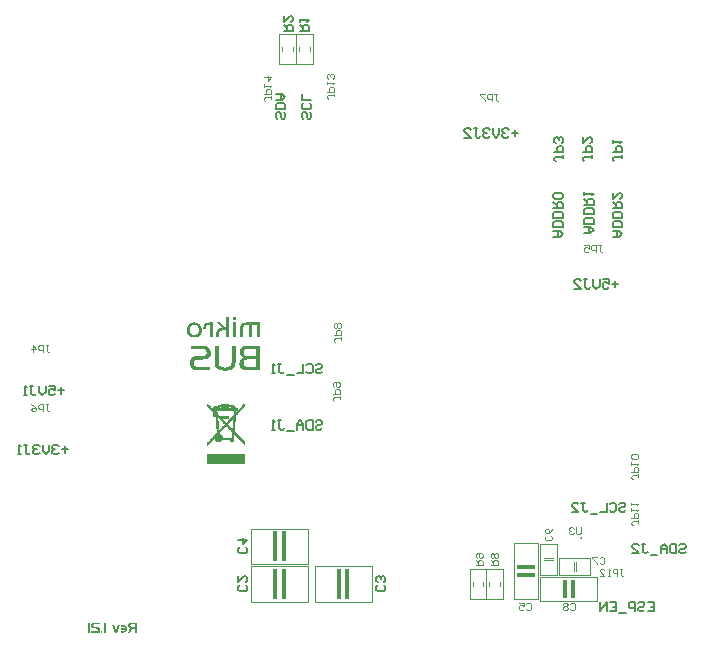
<source format=gbo>
G04 Layer_Color=32896*
%FSLAX25Y25*%
%MOIN*%
G70*
G01*
G75*
%ADD16C,0.00787*%
%ADD43C,0.00591*%
%ADD50C,0.00472*%
%ADD51C,0.00394*%
%ADD52C,0.00500*%
%ADD83C,0.00100*%
%ADD84R,0.01181X0.10236*%
%ADD85R,0.01181X0.10236*%
%ADD86R,0.06299X0.01181*%
%ADD87R,0.06299X0.01181*%
%ADD88R,0.01181X0.06299*%
%ADD89R,0.01181X0.06299*%
G36*
X79886Y101754D02*
Y101591D01*
Y101454D01*
X79873Y101316D01*
Y101204D01*
Y101104D01*
X79861Y101041D01*
Y100991D01*
Y100979D01*
X79836Y100754D01*
X79823Y100641D01*
X79811Y100554D01*
X79798Y100479D01*
X79786Y100429D01*
X79773Y100391D01*
Y100379D01*
X79723Y100191D01*
X79673Y100041D01*
X79648Y99979D01*
X79636Y99929D01*
X79623Y99904D01*
Y99891D01*
X79548Y99729D01*
X79461Y99604D01*
X79436Y99554D01*
X79411Y99516D01*
X79386Y99491D01*
Y99479D01*
X79211Y99266D01*
X79036Y99079D01*
X78848Y98916D01*
X78673Y98791D01*
X78511Y98691D01*
X78386Y98616D01*
X78336Y98591D01*
X78298Y98579D01*
X78286Y98566D01*
X78273D01*
X77998Y98479D01*
X77711Y98404D01*
X77423Y98354D01*
X77148Y98329D01*
X76911Y98304D01*
X76811D01*
X76723Y98291D01*
X76548D01*
X76186Y98304D01*
X75861Y98329D01*
X75548Y98379D01*
X75261Y98429D01*
X74998Y98491D01*
X74761Y98566D01*
X74536Y98654D01*
X74348Y98741D01*
X74173Y98816D01*
X74023Y98904D01*
X73898Y98979D01*
X73798Y99041D01*
X73711Y99091D01*
X73661Y99141D01*
X73623Y99166D01*
X73611Y99179D01*
X73461Y99341D01*
X73348Y99466D01*
X73298Y99529D01*
X73273Y99566D01*
X73248Y99591D01*
Y99604D01*
X73148Y99779D01*
X73073Y99954D01*
X73048Y100016D01*
X73023Y100079D01*
X73011Y100116D01*
Y100129D01*
X72961Y100366D01*
X72936Y100491D01*
X72923Y100604D01*
X72911Y100704D01*
X72898Y100779D01*
Y100829D01*
Y100841D01*
X72886Y101004D01*
X72873Y101179D01*
Y101341D01*
X72861Y101504D01*
Y101641D01*
Y101754D01*
Y101829D01*
Y101841D01*
Y101854D01*
Y106654D01*
X74186D01*
Y101854D01*
Y101716D01*
Y101591D01*
Y101479D01*
Y101391D01*
X74198Y101316D01*
Y101254D01*
Y101216D01*
Y101204D01*
X74211Y101016D01*
X74223Y100941D01*
Y100866D01*
X74236Y100816D01*
Y100779D01*
X74248Y100754D01*
Y100741D01*
X74273Y100604D01*
X74298Y100504D01*
X74311Y100429D01*
X74323Y100416D01*
Y100404D01*
X74361Y100304D01*
X74398Y100229D01*
X74423Y100179D01*
X74436Y100154D01*
X74536Y100004D01*
X74648Y99879D01*
X74773Y99779D01*
X74898Y99691D01*
X75011Y99616D01*
X75098Y99566D01*
X75161Y99541D01*
X75186Y99529D01*
X75386Y99466D01*
X75586Y99416D01*
X75786Y99379D01*
X75973Y99354D01*
X76136Y99341D01*
X76273Y99329D01*
X76386D01*
X76611Y99341D01*
X76811Y99354D01*
X77011Y99391D01*
X77186Y99429D01*
X77348Y99479D01*
X77486Y99529D01*
X77623Y99591D01*
X77736Y99654D01*
X77836Y99704D01*
X77923Y99766D01*
X77998Y99816D01*
X78061Y99866D01*
X78098Y99904D01*
X78136Y99941D01*
X78148Y99954D01*
X78161Y99966D01*
X78236Y100066D01*
X78298Y100179D01*
X78398Y100391D01*
X78436Y100479D01*
X78448Y100554D01*
X78473Y100604D01*
Y100616D01*
X78498Y100779D01*
X78523Y100966D01*
X78536Y101154D01*
X78548Y101341D01*
X78561Y101504D01*
Y101629D01*
Y101679D01*
Y101716D01*
Y101741D01*
Y101754D01*
Y106654D01*
X79886D01*
Y101754D01*
D02*
G37*
G36*
X88061Y98404D02*
X84136D01*
X83861Y98416D01*
X83611Y98441D01*
X83411Y98454D01*
X83248Y98479D01*
X83123Y98491D01*
X83048Y98504D01*
X83023D01*
X82823Y98541D01*
X82648Y98591D01*
X82486Y98654D01*
X82361Y98704D01*
X82248Y98754D01*
X82173Y98791D01*
X82123Y98816D01*
X82111Y98829D01*
X81948Y98941D01*
X81798Y99079D01*
X81673Y99204D01*
X81573Y99329D01*
X81498Y99441D01*
X81448Y99529D01*
X81411Y99591D01*
X81398Y99616D01*
X81311Y99804D01*
X81248Y100004D01*
X81211Y100191D01*
X81173Y100366D01*
X81161Y100516D01*
X81148Y100641D01*
Y100716D01*
Y100729D01*
Y100741D01*
X81161Y101004D01*
X81198Y101241D01*
X81248Y101441D01*
X81311Y101616D01*
X81373Y101754D01*
X81423Y101841D01*
X81461Y101904D01*
X81473Y101929D01*
X81611Y102091D01*
X81773Y102229D01*
X81961Y102354D01*
X82136Y102454D01*
X82298Y102529D01*
X82423Y102591D01*
X82473Y102616D01*
X82511Y102629D01*
X82536Y102641D01*
X82548D01*
X82323Y102754D01*
X82123Y102891D01*
X81961Y103041D01*
X81811Y103191D01*
X81686Y103341D01*
X81586Y103504D01*
X81498Y103654D01*
X81436Y103816D01*
X81386Y103954D01*
X81336Y104091D01*
X81311Y104216D01*
X81298Y104329D01*
X81286Y104416D01*
X81273Y104479D01*
Y104529D01*
Y104541D01*
Y104704D01*
X81298Y104841D01*
X81311Y104979D01*
X81336Y105104D01*
X81361Y105204D01*
X81386Y105279D01*
X81398Y105329D01*
X81411Y105341D01*
X81473Y105479D01*
X81536Y105604D01*
X81598Y105716D01*
X81661Y105816D01*
X81723Y105891D01*
X81773Y105954D01*
X81798Y105991D01*
X81811Y106004D01*
X81948Y106129D01*
X82061Y106229D01*
X82111Y106266D01*
X82148Y106291D01*
X82173Y106316D01*
X82186D01*
X82336Y106404D01*
X82486Y106466D01*
X82548Y106491D01*
X82598Y106504D01*
X82636Y106516D01*
X82648D01*
X82861Y106566D01*
X83061Y106591D01*
X83148Y106604D01*
X83211Y106616D01*
X83273D01*
X83561Y106641D01*
X83698D01*
X83823Y106654D01*
X88061D01*
Y98404D01*
D02*
G37*
G36*
X72320Y109452D02*
X71342D01*
Y113534D01*
X70966D01*
X70782Y113524D01*
X70640Y113504D01*
X70518Y113473D01*
X70416Y113443D01*
X70345Y113402D01*
X70304Y113371D01*
X70273Y113351D01*
X70263Y113341D01*
X70202Y113259D01*
X70151Y113147D01*
X70121Y113035D01*
X70090Y112913D01*
X70080Y112801D01*
X70070Y112709D01*
Y112638D01*
Y112628D01*
Y112618D01*
Y112139D01*
X69154D01*
Y112618D01*
Y112821D01*
X69164Y112995D01*
X69184Y113147D01*
X69194Y113269D01*
X69215Y113361D01*
X69235Y113432D01*
X69245Y113473D01*
Y113483D01*
X69286Y113585D01*
X69327Y113687D01*
X69377Y113768D01*
X69428Y113839D01*
X69479Y113901D01*
X69510Y113941D01*
X69540Y113972D01*
X69551Y113982D01*
X69642Y114053D01*
X69734Y114114D01*
X69836Y114165D01*
X69927Y114206D01*
X69999Y114236D01*
X70060Y114257D01*
X70110Y114277D01*
X70121D01*
X70253Y114308D01*
X70406Y114328D01*
X70558Y114338D01*
X70711Y114348D01*
X70843Y114359D01*
X72320D01*
Y109452D01*
D02*
G37*
G36*
X80128D02*
X79150D01*
Y114359D01*
X80128D01*
Y109452D01*
D02*
G37*
G36*
X77756D02*
X76778D01*
Y111712D01*
X75557D01*
X75506Y111702D01*
X75435D01*
X75313Y111691D01*
X75221Y111681D01*
X75160Y111671D01*
X75139D01*
X75048Y111651D01*
X74976Y111630D01*
X74936Y111620D01*
X74915Y111610D01*
X74854Y111580D01*
X74793Y111549D01*
X74753Y111529D01*
X74742Y111519D01*
X74641Y111427D01*
X74569Y111315D01*
X74549Y111274D01*
X74529Y111233D01*
X74518Y111213D01*
Y111203D01*
X74498Y111121D01*
X74478Y111020D01*
X74467Y110816D01*
X74457Y110714D01*
Y110643D01*
Y110592D01*
Y110572D01*
Y109452D01*
X73480D01*
Y110775D01*
Y110948D01*
X73490Y111111D01*
X73500Y111244D01*
X73521Y111345D01*
X73531Y111437D01*
X73551Y111498D01*
X73562Y111539D01*
Y111549D01*
X73592Y111651D01*
X73633Y111742D01*
X73673Y111814D01*
X73724Y111885D01*
X73765Y111946D01*
X73796Y111987D01*
X73816Y112007D01*
X73826Y112017D01*
X73908Y112089D01*
X73989Y112160D01*
X74081Y112211D01*
X74162Y112251D01*
X74233Y112282D01*
X74295Y112302D01*
X74335Y112323D01*
X74345D01*
X74467Y112353D01*
X74600Y112384D01*
X74732Y112404D01*
X74854Y112414D01*
X74966Y112425D01*
X75618D01*
X73215Y114359D01*
X74457D01*
X76778Y112425D01*
Y116171D01*
X77756D01*
Y109452D01*
D02*
G37*
G36*
X88058D02*
X87081D01*
Y113575D01*
X85268D01*
Y109452D01*
X84291D01*
Y113575D01*
X83538D01*
X83324Y113565D01*
X83141Y113534D01*
X82988Y113493D01*
X82866Y113453D01*
X82785Y113412D01*
X82723Y113371D01*
X82683Y113341D01*
X82673Y113330D01*
X82591Y113229D01*
X82530Y113096D01*
X82489Y112954D01*
X82459Y112811D01*
X82438Y112689D01*
X82428Y112577D01*
Y112537D01*
Y112506D01*
Y112486D01*
Y112475D01*
Y109452D01*
X81451D01*
Y112475D01*
Y112587D01*
Y112699D01*
X81461Y112791D01*
Y112872D01*
X81471Y112934D01*
Y112984D01*
X81482Y113015D01*
Y113025D01*
X81502Y113198D01*
X81512Y113269D01*
X81533Y113330D01*
X81543Y113371D01*
X81553Y113412D01*
X81563Y113432D01*
Y113443D01*
X81604Y113565D01*
X81655Y113656D01*
X81675Y113697D01*
X81685Y113727D01*
X81705Y113738D01*
Y113748D01*
X81777Y113850D01*
X81848Y113931D01*
X81909Y113982D01*
X81919Y114002D01*
X81929D01*
X82031Y114084D01*
X82123Y114145D01*
X82184Y114175D01*
X82194Y114186D01*
X82204D01*
X82306Y114236D01*
X82408Y114267D01*
X82449Y114277D01*
X82489Y114287D01*
X82510Y114298D01*
X82520D01*
X82673Y114328D01*
X82825Y114338D01*
X82886Y114348D01*
X83100D01*
X83212Y114359D01*
X88058D01*
Y109452D01*
D02*
G37*
G36*
X68923Y106641D02*
X69136Y106629D01*
X69311Y106616D01*
X69448Y106591D01*
X69548Y106579D01*
X69611Y106566D01*
X69636D01*
X69798Y106529D01*
X69961Y106491D01*
X70098Y106454D01*
X70211Y106404D01*
X70311Y106366D01*
X70386Y106329D01*
X70436Y106316D01*
X70448Y106304D01*
X70648Y106179D01*
X70811Y106029D01*
X70961Y105879D01*
X71086Y105741D01*
X71186Y105616D01*
X71261Y105504D01*
X71311Y105441D01*
X71323Y105429D01*
Y105416D01*
X71423Y105204D01*
X71498Y104991D01*
X71561Y104779D01*
X71598Y104591D01*
X71623Y104416D01*
X71636Y104279D01*
Y104229D01*
Y104204D01*
Y104179D01*
Y104166D01*
X71623Y103954D01*
X71598Y103766D01*
X71573Y103591D01*
X71523Y103441D01*
X71486Y103316D01*
X71461Y103216D01*
X71436Y103166D01*
X71423Y103141D01*
X71336Y102991D01*
X71236Y102841D01*
X71123Y102729D01*
X71023Y102616D01*
X70936Y102541D01*
X70861Y102479D01*
X70811Y102441D01*
X70798Y102429D01*
X70673Y102354D01*
X70536Y102279D01*
X70398Y102229D01*
X70273Y102179D01*
X70161Y102154D01*
X70061Y102129D01*
X70011Y102104D01*
X69986D01*
X69786Y102079D01*
X69573Y102054D01*
X69361Y102041D01*
X69148Y102029D01*
X68973Y102016D01*
X67673D01*
X67548Y102004D01*
X67348D01*
X67286Y101991D01*
X67236D01*
X67048Y101979D01*
X66973Y101966D01*
X66911Y101954D01*
X66861Y101941D01*
X66811D01*
X66798Y101929D01*
X66786D01*
X66661Y101879D01*
X66548Y101816D01*
X66448Y101741D01*
X66373Y101679D01*
X66311Y101604D01*
X66273Y101554D01*
X66248Y101516D01*
X66236Y101504D01*
X66173Y101379D01*
X66123Y101254D01*
X66086Y101116D01*
X66061Y101004D01*
X66048Y100891D01*
X66036Y100804D01*
Y100754D01*
Y100729D01*
X66048Y100491D01*
X66098Y100279D01*
X66161Y100104D01*
X66236Y99979D01*
X66311Y99866D01*
X66373Y99804D01*
X66423Y99754D01*
X66436Y99741D01*
X66511Y99691D01*
X66611Y99641D01*
X66811Y99579D01*
X67036Y99529D01*
X67248Y99491D01*
X67461Y99466D01*
X67548D01*
X67623Y99454D01*
X71336D01*
Y98404D01*
X67186D01*
X66973Y98416D01*
X66873D01*
X66798Y98429D01*
X66723D01*
X66673Y98441D01*
X66636D01*
X66461Y98466D01*
X66323Y98504D01*
X66273Y98516D01*
X66236D01*
X66211Y98529D01*
X66198D01*
X66061Y98579D01*
X65948Y98629D01*
X65873Y98666D01*
X65861Y98679D01*
X65848D01*
X65636Y98791D01*
X65461Y98929D01*
X65311Y99066D01*
X65186Y99191D01*
X65086Y99316D01*
X65011Y99404D01*
X64973Y99466D01*
X64961Y99491D01*
X64861Y99704D01*
X64786Y99916D01*
X64723Y100129D01*
X64686Y100329D01*
X64661Y100504D01*
X64648Y100641D01*
Y100691D01*
Y100729D01*
Y100754D01*
Y100766D01*
X64661Y100991D01*
X64686Y101204D01*
X64711Y101391D01*
X64748Y101554D01*
X64798Y101691D01*
X64823Y101791D01*
X64848Y101854D01*
X64861Y101879D01*
X64948Y102066D01*
X65036Y102229D01*
X65136Y102366D01*
X65223Y102491D01*
X65311Y102591D01*
X65386Y102654D01*
X65436Y102704D01*
X65448Y102716D01*
X65586Y102804D01*
X65698Y102879D01*
X65748Y102904D01*
X65786Y102929D01*
X65811Y102941D01*
X65823D01*
X65986Y103004D01*
X66148Y103054D01*
X66223Y103066D01*
X66273Y103079D01*
X66311Y103091D01*
X66323D01*
X66548Y103129D01*
X66661Y103141D01*
X66773Y103154D01*
X66861Y103166D01*
X66936Y103179D01*
X66998D01*
X67148Y103191D01*
X67311D01*
X67461Y103204D01*
X68598D01*
X68761Y103216D01*
X68923Y103229D01*
X69061Y103241D01*
X69186Y103266D01*
X69298Y103279D01*
X69498Y103329D01*
X69636Y103379D01*
X69748Y103416D01*
X69798Y103441D01*
X69823Y103454D01*
X69961Y103566D01*
X70061Y103704D01*
X70136Y103854D01*
X70186Y104004D01*
X70211Y104141D01*
X70223Y104254D01*
X70236Y104329D01*
Y104341D01*
Y104354D01*
X70211Y104579D01*
X70198Y104679D01*
X70173Y104766D01*
X70148Y104841D01*
X70136Y104891D01*
X70111Y104929D01*
Y104941D01*
X69998Y105129D01*
X69936Y105191D01*
X69886Y105254D01*
X69836Y105304D01*
X69798Y105341D01*
X69773Y105354D01*
X69761Y105366D01*
X69598Y105441D01*
X69436Y105504D01*
X69373Y105516D01*
X69323Y105529D01*
X69286Y105541D01*
X69273D01*
X69148Y105566D01*
X69011Y105579D01*
X68873Y105591D01*
X68736D01*
X68611Y105604D01*
X65036D01*
Y106654D01*
X68686D01*
X68923Y106641D01*
D02*
G37*
G36*
X80128Y115153D02*
X79150D01*
Y116171D01*
X80128D01*
Y115153D01*
D02*
G37*
G36*
X46931Y10999D02*
X46239D01*
Y12297D01*
X45430D01*
X44702Y10999D01*
X43918D01*
X44743Y12373D01*
X44631Y12409D01*
X44529Y12450D01*
X44447Y12501D01*
X44376Y12557D01*
X44320Y12602D01*
X44279Y12643D01*
X44259Y12674D01*
X44249Y12684D01*
X44193Y12781D01*
X44147Y12882D01*
X44116Y12984D01*
X44096Y13081D01*
X44086Y13167D01*
X44081Y13203D01*
X44076Y13239D01*
Y13264D01*
Y13284D01*
Y13295D01*
Y13300D01*
X44081Y13391D01*
X44086Y13478D01*
X44101Y13559D01*
X44122Y13631D01*
X44142Y13697D01*
X44162Y13758D01*
X44188Y13814D01*
X44213Y13865D01*
X44244Y13911D01*
X44269Y13946D01*
X44289Y13977D01*
X44310Y14002D01*
X44330Y14022D01*
X44345Y14038D01*
X44350Y14043D01*
X44356Y14048D01*
X44412Y14089D01*
X44473Y14129D01*
X44610Y14190D01*
X44758Y14231D01*
X44900Y14262D01*
X44966Y14272D01*
X45028Y14282D01*
X45083Y14287D01*
X45134D01*
X45175Y14292D01*
X46931D01*
Y10999D01*
D02*
G37*
G36*
X42589Y13412D02*
X42691Y13401D01*
X42788Y13386D01*
X42874Y13371D01*
X42956Y13346D01*
X43032Y13320D01*
X43098Y13290D01*
X43159Y13264D01*
X43210Y13234D01*
X43256Y13203D01*
X43297Y13178D01*
X43332Y13157D01*
X43358Y13137D01*
X43373Y13122D01*
X43383Y13111D01*
X43389Y13106D01*
X43444Y13045D01*
X43490Y12979D01*
X43531Y12908D01*
X43567Y12836D01*
X43592Y12760D01*
X43618Y12689D01*
X43653Y12541D01*
X43668Y12475D01*
X43679Y12409D01*
X43684Y12353D01*
X43689Y12302D01*
X43694Y12261D01*
Y12231D01*
Y12211D01*
Y12205D01*
X43689Y12099D01*
X43679Y11997D01*
X43663Y11900D01*
X43648Y11813D01*
X43623Y11732D01*
X43597Y11661D01*
X43572Y11590D01*
X43541Y11534D01*
X43511Y11478D01*
X43485Y11432D01*
X43460Y11396D01*
X43434Y11361D01*
X43419Y11335D01*
X43404Y11320D01*
X43394Y11310D01*
X43389Y11304D01*
X43327Y11248D01*
X43261Y11203D01*
X43190Y11162D01*
X43114Y11126D01*
X43042Y11101D01*
X42966Y11075D01*
X42818Y11040D01*
X42752Y11024D01*
X42686Y11014D01*
X42630Y11009D01*
X42579Y11004D01*
X42538Y10999D01*
X41546D01*
Y11503D01*
X42462D01*
X42518Y11508D01*
X42574Y11513D01*
X42620Y11518D01*
X42707Y11534D01*
X42768Y11549D01*
X42813Y11564D01*
X42844Y11579D01*
X42864Y11590D01*
X42869Y11595D01*
X42905Y11640D01*
X42935Y11691D01*
X42956Y11752D01*
X42971Y11813D01*
X42976Y11869D01*
X42981Y11915D01*
X42986Y11946D01*
Y11951D01*
Y11956D01*
X41546D01*
Y12460D01*
X42986D01*
X42981Y12546D01*
X42966Y12623D01*
X42946Y12684D01*
X42925Y12730D01*
X42900Y12765D01*
X42885Y12791D01*
X42869Y12806D01*
X42864Y12811D01*
X42839Y12832D01*
X42808Y12847D01*
X42737Y12872D01*
X42661Y12888D01*
X42579Y12903D01*
X42508Y12908D01*
X42447Y12913D01*
X41546D01*
Y13417D01*
X42483D01*
X42589Y13412D01*
D02*
G37*
G36*
X66293Y114399D02*
X66507Y114379D01*
X66700Y114348D01*
X66873Y114318D01*
X67006Y114287D01*
X67107Y114257D01*
X67138Y114247D01*
X67168Y114236D01*
X67179Y114226D01*
X67189D01*
X67352Y114155D01*
X67504Y114074D01*
X67647Y113982D01*
X67759Y113890D01*
X67851Y113809D01*
X67912Y113748D01*
X67962Y113707D01*
X67973Y113687D01*
X68085Y113555D01*
X68176Y113422D01*
X68258Y113290D01*
X68329Y113157D01*
X68380Y113046D01*
X68421Y112954D01*
X68441Y112893D01*
X68451Y112883D01*
Y112872D01*
X68502Y112689D01*
X68543Y112506D01*
X68573Y112323D01*
X68594Y112160D01*
X68604Y112017D01*
X68614Y111916D01*
Y111875D01*
Y111844D01*
Y111824D01*
Y111814D01*
X68604Y111600D01*
X68584Y111396D01*
X68553Y111213D01*
X68512Y111040D01*
X68461Y110877D01*
X68410Y110735D01*
X68349Y110602D01*
X68288Y110480D01*
X68237Y110368D01*
X68176Y110276D01*
X68125Y110205D01*
X68075Y110134D01*
X68034Y110083D01*
X68003Y110053D01*
X67983Y110032D01*
X67973Y110022D01*
X67840Y109910D01*
X67708Y109818D01*
X67555Y109737D01*
X67403Y109666D01*
X67250Y109615D01*
X67097Y109564D01*
X66792Y109493D01*
X66649Y109462D01*
X66517Y109442D01*
X66405Y109432D01*
X66303Y109421D01*
X66212Y109411D01*
X66100D01*
X65886Y109421D01*
X65682Y109442D01*
X65489Y109472D01*
X65316Y109513D01*
X65153Y109564D01*
X65000Y109615D01*
X64868Y109676D01*
X64736Y109737D01*
X64634Y109788D01*
X64532Y109849D01*
X64450Y109900D01*
X64389Y109951D01*
X64338Y109992D01*
X64298Y110022D01*
X64277Y110042D01*
X64267Y110053D01*
X64155Y110175D01*
X64053Y110317D01*
X63962Y110460D01*
X63880Y110612D01*
X63819Y110755D01*
X63768Y110908D01*
X63687Y111203D01*
X63656Y111345D01*
X63636Y111468D01*
X63626Y111580D01*
X63616Y111681D01*
X63605Y111763D01*
Y111824D01*
Y111865D01*
Y111875D01*
X63616Y112099D01*
X63636Y112302D01*
X63667Y112506D01*
X63707Y112679D01*
X63748Y112852D01*
X63809Y113005D01*
X63860Y113147D01*
X63921Y113269D01*
X63982Y113381D01*
X64033Y113473D01*
X64094Y113565D01*
X64135Y113626D01*
X64176Y113677D01*
X64206Y113717D01*
X64227Y113738D01*
X64237Y113748D01*
X64359Y113860D01*
X64491Y113962D01*
X64634Y114053D01*
X64786Y114135D01*
X64939Y114196D01*
X65092Y114247D01*
X65377Y114328D01*
X65519Y114359D01*
X65641Y114379D01*
X65754Y114389D01*
X65855Y114399D01*
X65937Y114410D01*
X66049D01*
X66293Y114399D01*
D02*
G37*
G36*
X40385Y10999D02*
X39698D01*
X38624Y13417D01*
X39316D01*
X40024Y11696D01*
X40696Y13417D01*
X41409D01*
X40385Y10999D01*
D02*
G37*
G36*
X34593Y13727D02*
X33015D01*
X32908Y13722D01*
X32817Y13712D01*
X32745Y13697D01*
X32684Y13681D01*
X32638Y13666D01*
X32613Y13651D01*
X32593Y13641D01*
X32588Y13636D01*
X32547Y13600D01*
X32521Y13549D01*
X32501Y13503D01*
X32486Y13452D01*
X32476Y13407D01*
X32471Y13366D01*
Y13340D01*
Y13335D01*
Y13330D01*
X32476Y13259D01*
X32491Y13198D01*
X32511Y13147D01*
X32531Y13111D01*
X32552Y13081D01*
X32572Y13055D01*
X32588Y13045D01*
X32593Y13040D01*
X32643Y13010D01*
X32710Y12989D01*
X32781Y12974D01*
X32847Y12964D01*
X32913Y12959D01*
X32964Y12954D01*
X33575D01*
X33677Y12943D01*
X33768Y12933D01*
X33855Y12918D01*
X33936Y12903D01*
X34008Y12882D01*
X34069Y12862D01*
X34125Y12842D01*
X34176Y12821D01*
X34221Y12801D01*
X34252Y12781D01*
X34282Y12765D01*
X34303Y12750D01*
X34323Y12740D01*
X34328Y12735D01*
X34333Y12730D01*
X34379Y12684D01*
X34420Y12633D01*
X34456Y12577D01*
X34481Y12521D01*
X34532Y12399D01*
X34563Y12277D01*
X34578Y12165D01*
X34583Y12114D01*
X34588Y12073D01*
X34593Y12037D01*
Y12012D01*
Y11992D01*
Y11987D01*
Y10999D01*
X31717D01*
Y11564D01*
X33850D01*
Y11890D01*
X33845Y11981D01*
X33830Y12058D01*
X33809Y12119D01*
X33789Y12170D01*
X33768Y12211D01*
X33748Y12236D01*
X33733Y12251D01*
X33728Y12256D01*
X33677Y12292D01*
X33611Y12323D01*
X33544Y12343D01*
X33473Y12353D01*
X33412Y12363D01*
X33361Y12368D01*
X32689D01*
X32603Y12373D01*
X32516Y12378D01*
X32440Y12389D01*
X32369Y12404D01*
X32302Y12424D01*
X32241Y12445D01*
X32190Y12465D01*
X32140Y12490D01*
X32094Y12511D01*
X32058Y12531D01*
X32023Y12551D01*
X31997Y12572D01*
X31977Y12587D01*
X31962Y12597D01*
X31956Y12607D01*
X31951D01*
X31905Y12658D01*
X31865Y12709D01*
X31834Y12765D01*
X31804Y12821D01*
X31758Y12943D01*
X31727Y13060D01*
X31712Y13162D01*
X31702Y13208D01*
Y13249D01*
X31697Y13279D01*
Y13305D01*
Y13320D01*
Y13325D01*
X31702Y13437D01*
X31712Y13539D01*
X31732Y13625D01*
X31748Y13702D01*
X31768Y13763D01*
X31788Y13809D01*
X31799Y13834D01*
X31804Y13844D01*
X31844Y13921D01*
X31895Y13987D01*
X31946Y14043D01*
X31997Y14094D01*
X32043Y14129D01*
X32078Y14160D01*
X32104Y14175D01*
X32114Y14180D01*
X32190Y14221D01*
X32267Y14246D01*
X32297Y14257D01*
X32323Y14262D01*
X32338Y14267D01*
X32343D01*
X32394Y14277D01*
X32455Y14282D01*
X32516Y14287D01*
X32577D01*
X32628Y14292D01*
X34593D01*
Y13727D01*
D02*
G37*
G36*
X31351Y10999D02*
X30628D01*
Y14292D01*
X31351D01*
Y10999D01*
D02*
G37*
G36*
X36599D02*
X35876D01*
Y14292D01*
X36599D01*
Y10999D01*
D02*
G37*
G36*
X35453D02*
X34903D01*
Y11574D01*
X35453D01*
Y10999D01*
D02*
G37*
%LPC*%
G36*
X86736Y105604D02*
X83936D01*
X83786Y105591D01*
X83661Y105579D01*
X83561D01*
X83486Y105566D01*
X83436Y105554D01*
X83398Y105541D01*
X83386D01*
X83223Y105479D01*
X83086Y105404D01*
X83036Y105366D01*
X82998Y105329D01*
X82986Y105316D01*
X82973Y105304D01*
X82861Y105179D01*
X82786Y105041D01*
X82761Y104991D01*
X82736Y104941D01*
X82723Y104916D01*
Y104904D01*
X82673Y104729D01*
X82648Y104554D01*
X82636Y104491D01*
Y104441D01*
Y104404D01*
Y104391D01*
X82648Y104166D01*
X82698Y103966D01*
X82773Y103791D01*
X82848Y103654D01*
X82923Y103541D01*
X82998Y103466D01*
X83048Y103416D01*
X83061Y103404D01*
X83198Y103316D01*
X83336Y103266D01*
X83398Y103241D01*
X83448Y103229D01*
X83473Y103216D01*
X83486D01*
X83586Y103204D01*
X83686Y103191D01*
X83886Y103179D01*
X83973Y103166D01*
X86736D01*
Y105604D01*
D02*
G37*
G36*
Y102116D02*
X84111D01*
X83823Y102104D01*
X83573Y102066D01*
X83361Y102016D01*
X83198Y101966D01*
X83073Y101916D01*
X82986Y101866D01*
X82923Y101829D01*
X82911Y101816D01*
X82786Y101691D01*
X82698Y101541D01*
X82636Y101366D01*
X82598Y101216D01*
X82561Y101066D01*
X82548Y100941D01*
Y100891D01*
Y100854D01*
Y100841D01*
Y100829D01*
X82561Y100591D01*
X82623Y100379D01*
X82698Y100191D01*
X82811Y100029D01*
X82936Y99904D01*
X83073Y99791D01*
X83223Y99704D01*
X83386Y99629D01*
X83536Y99566D01*
X83698Y99529D01*
X83836Y99491D01*
X83961Y99479D01*
X84073Y99466D01*
X84148Y99454D01*
X86736D01*
Y102116D01*
D02*
G37*
G36*
X46239Y13707D02*
X45333D01*
X45272Y13702D01*
X45170Y13692D01*
X45089Y13676D01*
X45022Y13661D01*
X44971Y13641D01*
X44936Y13625D01*
X44916Y13615D01*
X44910Y13610D01*
X44865Y13569D01*
X44834Y13524D01*
X44809Y13468D01*
X44793Y13417D01*
X44783Y13366D01*
X44778Y13325D01*
Y13300D01*
Y13295D01*
Y13290D01*
X44783Y13213D01*
X44798Y13147D01*
X44824Y13091D01*
X44844Y13045D01*
X44870Y13010D01*
X44895Y12989D01*
X44910Y12974D01*
X44916Y12969D01*
X44971Y12938D01*
X45048Y12918D01*
X45124Y12898D01*
X45206Y12888D01*
X45277Y12882D01*
X45338Y12877D01*
X46239D01*
Y13707D01*
D02*
G37*
G36*
X66181Y113595D02*
X65977D01*
X65855Y113575D01*
X65631Y113524D01*
X65438Y113453D01*
X65285Y113371D01*
X65163Y113290D01*
X65071Y113218D01*
X65021Y113168D01*
X65000Y113157D01*
Y113147D01*
X64868Y112964D01*
X64776Y112760D01*
X64705Y112547D01*
X64664Y112333D01*
X64634Y112150D01*
X64623Y112068D01*
Y111997D01*
X64613Y111936D01*
Y111895D01*
Y111865D01*
Y111854D01*
X64634Y111569D01*
X64674Y111315D01*
X64756Y111091D01*
X64847Y110898D01*
X64970Y110745D01*
X65092Y110612D01*
X65234Y110501D01*
X65367Y110409D01*
X65509Y110348D01*
X65652Y110297D01*
X65774Y110256D01*
X65896Y110236D01*
X65988Y110215D01*
X66069Y110205D01*
X66130D01*
X66385Y110226D01*
X66619Y110276D01*
X66812Y110358D01*
X66985Y110470D01*
X67128Y110592D01*
X67250Y110735D01*
X67342Y110887D01*
X67423Y111040D01*
X67484Y111193D01*
X67525Y111345D01*
X67566Y111488D01*
X67586Y111610D01*
X67596Y111722D01*
X67606Y111803D01*
Y111854D01*
Y111875D01*
X67586Y112170D01*
X67545Y112425D01*
X67484Y112648D01*
X67413Y112821D01*
X67352Y112964D01*
X67291Y113066D01*
X67250Y113127D01*
X67230Y113147D01*
X67148Y113229D01*
X67067Y113300D01*
X66894Y113402D01*
X66700Y113483D01*
X66527Y113544D01*
X66364Y113575D01*
X66293Y113585D01*
X66232D01*
X66181Y113595D01*
D02*
G37*
%LPD*%
D16*
X195079Y42520D02*
G03*
X195079Y42520I-197J0D01*
G01*
D43*
X106562Y81167D02*
X107087Y81692D01*
X108137D01*
X108661Y81167D01*
Y80642D01*
X108137Y80118D01*
X107087D01*
X106562Y79593D01*
Y79068D01*
X107087Y78543D01*
X108137D01*
X108661Y79068D01*
X105513Y81692D02*
Y78543D01*
X103938D01*
X103414Y79068D01*
Y81167D01*
X103938Y81692D01*
X105513D01*
X102364Y78543D02*
Y80642D01*
X101315Y81692D01*
X100265Y80642D01*
Y78543D01*
Y80118D01*
X102364D01*
X99216Y78018D02*
X97117D01*
X93968Y81692D02*
X95017D01*
X94493D01*
Y79068D01*
X95017Y78543D01*
X95542D01*
X96067Y79068D01*
X92918Y78543D02*
X91869D01*
X92394D01*
Y81692D01*
X92918Y81167D01*
X106562Y100065D02*
X107087Y100590D01*
X108137D01*
X108661Y100065D01*
Y99540D01*
X108137Y99015D01*
X107087D01*
X106562Y98491D01*
Y97966D01*
X107087Y97441D01*
X108137D01*
X108661Y97966D01*
X103414Y100065D02*
X103938Y100590D01*
X104988D01*
X105513Y100065D01*
Y97966D01*
X104988Y97441D01*
X103938D01*
X103414Y97966D01*
X102364Y100590D02*
Y97441D01*
X100265D01*
X99216Y96916D02*
X97117D01*
X93968Y100590D02*
X95017D01*
X94493D01*
Y97966D01*
X95017Y97441D01*
X95542D01*
X96067Y97966D01*
X92918Y97441D02*
X91869D01*
X92394D01*
Y100590D01*
X92918Y100065D01*
X207744Y53805D02*
X208268Y54330D01*
X209318D01*
X209842Y53805D01*
Y53280D01*
X209318Y52755D01*
X208268D01*
X207744Y52231D01*
Y51706D01*
X208268Y51181D01*
X209318D01*
X209842Y51706D01*
X204595Y53805D02*
X205120Y54330D01*
X206169D01*
X206694Y53805D01*
Y51706D01*
X206169Y51181D01*
X205120D01*
X204595Y51706D01*
X203545Y54330D02*
Y51181D01*
X201446D01*
X200397Y50656D02*
X198298D01*
X195149Y54330D02*
X196199D01*
X195674D01*
Y51706D01*
X196199Y51181D01*
X196723D01*
X197248Y51706D01*
X192000Y51181D02*
X194100D01*
X192000Y53280D01*
Y53805D01*
X192525Y54330D01*
X193575D01*
X194100Y53805D01*
X227822Y40025D02*
X228347Y40550D01*
X229397D01*
X229921Y40025D01*
Y39501D01*
X229397Y38976D01*
X228347D01*
X227822Y38451D01*
Y37926D01*
X228347Y37402D01*
X229397D01*
X229921Y37926D01*
X226773Y40550D02*
Y37402D01*
X225198D01*
X224674Y37926D01*
Y40025D01*
X225198Y40550D01*
X226773D01*
X223624Y37402D02*
Y39501D01*
X222574Y40550D01*
X221525Y39501D01*
Y37402D01*
Y38976D01*
X223624D01*
X220476Y36877D02*
X218376D01*
X215228Y40550D02*
X216277D01*
X215753D01*
Y37926D01*
X216277Y37402D01*
X216802D01*
X217327Y37926D01*
X212079Y37402D02*
X214178D01*
X212079Y39501D01*
Y40025D01*
X212604Y40550D01*
X213653D01*
X214178Y40025D01*
X207480Y127165D02*
X205381D01*
X206431Y128214D02*
Y126115D01*
X202233Y128739D02*
X204332D01*
Y127165D01*
X203282Y127690D01*
X202757D01*
X202233Y127165D01*
Y126115D01*
X202757Y125591D01*
X203807D01*
X204332Y126115D01*
X201183Y128739D02*
Y126640D01*
X200134Y125591D01*
X199084Y126640D01*
Y128739D01*
X195935D02*
X196985D01*
X196460D01*
Y126115D01*
X196985Y125591D01*
X197510D01*
X198035Y126115D01*
X192787Y125591D02*
X194886D01*
X192787Y127690D01*
Y128214D01*
X193312Y128739D01*
X194361D01*
X194886Y128214D01*
X174016Y177559D02*
X171917D01*
X172966Y178608D02*
Y176509D01*
X170867Y178608D02*
X170342Y179133D01*
X169293D01*
X168768Y178608D01*
Y178083D01*
X169293Y177559D01*
X169818D01*
X169293D01*
X168768Y177034D01*
Y176509D01*
X169293Y175984D01*
X170342D01*
X170867Y176509D01*
X167719Y179133D02*
Y177034D01*
X166669Y175984D01*
X165620Y177034D01*
Y179133D01*
X164570Y178608D02*
X164045Y179133D01*
X162996D01*
X162471Y178608D01*
Y178083D01*
X162996Y177559D01*
X163521D01*
X162996D01*
X162471Y177034D01*
Y176509D01*
X162996Y175984D01*
X164045D01*
X164570Y176509D01*
X159322Y179133D02*
X160372D01*
X159847D01*
Y176509D01*
X160372Y175984D01*
X160897D01*
X161421Y176509D01*
X156174Y175984D02*
X158273D01*
X156174Y178083D01*
Y178608D01*
X156699Y179133D01*
X157748D01*
X158273Y178608D01*
X24016Y72047D02*
X21917D01*
X22966Y73096D02*
Y70997D01*
X20867Y73096D02*
X20342Y73621D01*
X19293D01*
X18768Y73096D01*
Y72571D01*
X19293Y72047D01*
X19818D01*
X19293D01*
X18768Y71522D01*
Y70997D01*
X19293Y70472D01*
X20342D01*
X20867Y70997D01*
X17719Y73621D02*
Y71522D01*
X16669Y70472D01*
X15619Y71522D01*
Y73621D01*
X14570Y73096D02*
X14045Y73621D01*
X12996D01*
X12471Y73096D01*
Y72571D01*
X12996Y72047D01*
X13520D01*
X12996D01*
X12471Y71522D01*
Y70997D01*
X12996Y70472D01*
X14045D01*
X14570Y70997D01*
X9322Y73621D02*
X10372D01*
X9847D01*
Y70997D01*
X10372Y70472D01*
X10897D01*
X11421Y70997D01*
X8273Y70472D02*
X7223D01*
X7748D01*
Y73621D01*
X8273Y73096D01*
X22835Y91732D02*
X20736D01*
X21785Y92781D02*
Y90682D01*
X17587Y93306D02*
X19686D01*
Y91732D01*
X18636Y92256D01*
X18112D01*
X17587Y91732D01*
Y90682D01*
X18112Y90158D01*
X19161D01*
X19686Y90682D01*
X16537Y93306D02*
Y91207D01*
X15488Y90158D01*
X14438Y91207D01*
Y93306D01*
X11290D02*
X12339D01*
X11815D01*
Y90682D01*
X12339Y90158D01*
X12864D01*
X13389Y90682D01*
X10240Y90158D02*
X9191D01*
X9715D01*
Y93306D01*
X10240Y92781D01*
X205512Y142913D02*
X207611D01*
X208660Y143963D01*
X207611Y145012D01*
X205512D01*
X207086D01*
Y142913D01*
X208660Y146062D02*
X205512D01*
Y147636D01*
X206037Y148161D01*
X208136D01*
X208660Y147636D01*
Y146062D01*
Y149211D02*
X205512D01*
Y150785D01*
X206037Y151310D01*
X208136D01*
X208660Y150785D01*
Y149211D01*
X205512Y152359D02*
X208660D01*
Y153934D01*
X208136Y154458D01*
X207086D01*
X206561Y153934D01*
Y152359D01*
Y153409D02*
X205512Y154458D01*
Y157607D02*
Y155508D01*
X207611Y157607D01*
X208136D01*
X208660Y157082D01*
Y156033D01*
X208136Y155508D01*
X196063Y144095D02*
X198162D01*
X199212Y145144D01*
X198162Y146194D01*
X196063D01*
X197637D01*
Y144095D01*
X199212Y147243D02*
X196063D01*
Y148817D01*
X196588Y149342D01*
X198687D01*
X199212Y148817D01*
Y147243D01*
Y150392D02*
X196063D01*
Y151966D01*
X196588Y152491D01*
X198687D01*
X199212Y151966D01*
Y150392D01*
X196063Y153540D02*
X199212D01*
Y155115D01*
X198687Y155639D01*
X197637D01*
X197113Y155115D01*
Y153540D01*
Y154590D02*
X196063Y155639D01*
Y156689D02*
Y157738D01*
Y157214D01*
X199212D01*
X198687Y156689D01*
X185827Y142913D02*
X187926D01*
X188975Y143963D01*
X187926Y145012D01*
X185827D01*
X187401D01*
Y142913D01*
X188975Y146062D02*
X185827D01*
Y147636D01*
X186352Y148161D01*
X188451D01*
X188975Y147636D01*
Y146062D01*
Y149211D02*
X185827D01*
Y150785D01*
X186352Y151310D01*
X188451D01*
X188975Y150785D01*
Y149211D01*
X185827Y152359D02*
X188975D01*
Y153934D01*
X188451Y154458D01*
X187401D01*
X186876Y153934D01*
Y152359D01*
Y153409D02*
X185827Y154458D01*
X188451Y155508D02*
X188975Y156033D01*
Y157082D01*
X188451Y157607D01*
X186352D01*
X185827Y157082D01*
Y156033D01*
X186352Y155508D01*
X188451D01*
X95931Y184382D02*
X96456Y183858D01*
Y182808D01*
X95931Y182283D01*
X95406D01*
X94881Y182808D01*
Y183858D01*
X94357Y184382D01*
X93832D01*
X93307Y183858D01*
Y182808D01*
X93832Y182283D01*
X96456Y185432D02*
X93307D01*
Y187006D01*
X93832Y187531D01*
X95931D01*
X96456Y187006D01*
Y185432D01*
X93307Y188581D02*
X95406D01*
X96456Y189630D01*
X95406Y190680D01*
X93307D01*
X94881D01*
Y188581D01*
X104592Y184382D02*
X105117Y183858D01*
Y182808D01*
X104592Y182283D01*
X104068D01*
X103543Y182808D01*
Y183858D01*
X103018Y184382D01*
X102493D01*
X101969Y183858D01*
Y182808D01*
X102493Y182283D01*
X104592Y187531D02*
X105117Y187006D01*
Y185957D01*
X104592Y185432D01*
X102493D01*
X101969Y185957D01*
Y187006D01*
X102493Y187531D01*
X105117Y188581D02*
X101969D01*
Y190680D01*
X217192Y21259D02*
X219291D01*
Y18110D01*
X217192D01*
X219291Y19684D02*
X218242D01*
X214044Y20734D02*
X214568Y21259D01*
X215618D01*
X216143Y20734D01*
Y20209D01*
X215618Y19684D01*
X214568D01*
X214044Y19160D01*
Y18635D01*
X214568Y18110D01*
X215618D01*
X216143Y18635D01*
X212994Y18110D02*
Y21259D01*
X211420D01*
X210895Y20734D01*
Y19684D01*
X211420Y19160D01*
X212994D01*
X209846Y17585D02*
X207747D01*
X204598Y21259D02*
X206697D01*
Y18110D01*
X204598D01*
X206697Y19684D02*
X205647D01*
X203548Y18110D02*
Y21259D01*
X201449Y18110D01*
Y21259D01*
D50*
X99016Y204921D02*
Y206102D01*
X95472Y204921D02*
Y206102D01*
X167913Y26575D02*
Y27756D01*
X164370Y26575D02*
Y27756D01*
X162402Y26575D02*
Y27756D01*
X158858Y26575D02*
Y27756D01*
X100984Y204921D02*
Y206102D01*
X104528Y204921D02*
Y206102D01*
D51*
X94488Y200393D02*
X100000D01*
X94488Y210630D02*
X100000D01*
Y200393D02*
Y210630D01*
X94488Y200393D02*
Y210630D01*
X106299Y33071D02*
X125197D01*
Y21260D02*
Y33071D01*
X106299Y21260D02*
X125197D01*
X106299D02*
Y33071D01*
X180709Y22047D02*
Y40945D01*
X172835Y22047D02*
X180709D01*
X172835Y40945D02*
X180709D01*
X172835Y22047D02*
Y40945D01*
X181496Y21654D02*
X200394D01*
X181496D02*
Y29528D01*
X200394Y21654D02*
Y29528D01*
X181496D02*
X200394D01*
X187795Y30315D02*
Y35827D01*
X198031D01*
X187795Y30315D02*
X198031D01*
Y35827D01*
X192520Y31496D02*
Y34646D01*
X193307Y31496D02*
Y34646D01*
X181496Y30315D02*
X187008D01*
X181496D02*
Y40551D01*
X187008Y30315D02*
Y40551D01*
X181496D02*
X187008D01*
X182677Y35039D02*
X185827D01*
X182677Y35827D02*
X185827D01*
X163386Y32284D02*
X168898D01*
Y22048D02*
Y32284D01*
X163386Y22048D02*
Y32284D01*
Y22048D02*
X168898D01*
X157874Y32284D02*
X163386D01*
Y22048D02*
Y32284D01*
X157874Y22048D02*
Y32284D01*
Y22048D02*
X163386D01*
X103937Y21260D02*
Y33071D01*
X85039D02*
X103937D01*
X85039Y21260D02*
Y33071D01*
Y21260D02*
X103937D01*
Y33858D02*
Y45669D01*
X85039D02*
X103937D01*
X85039Y33858D02*
Y45669D01*
Y33858D02*
X103937D01*
X100000Y200393D02*
Y210630D01*
X105511Y200393D02*
Y210630D01*
X100000D02*
X105511D01*
X100000Y200393D02*
X105511D01*
X114566Y89763D02*
Y88976D01*
Y89370D01*
X112598D01*
X112205Y88976D01*
Y88583D01*
X112598Y88189D01*
X112205Y90550D02*
X114566D01*
Y91731D01*
X114173Y92125D01*
X113385D01*
X112992Y91731D01*
Y90550D01*
X112598Y92912D02*
X112205Y93305D01*
Y94093D01*
X112598Y94486D01*
X114173D01*
X114566Y94093D01*
Y93305D01*
X114173Y92912D01*
X113779D01*
X113385Y93305D01*
Y94486D01*
X114960Y109448D02*
Y108661D01*
Y109055D01*
X112992D01*
X112598Y108661D01*
Y108268D01*
X112992Y107874D01*
X112598Y110236D02*
X114960D01*
Y111416D01*
X114566Y111810D01*
X113779D01*
X113386Y111416D01*
Y110236D01*
X114566Y112597D02*
X114960Y112990D01*
Y113778D01*
X114566Y114171D01*
X114173D01*
X113779Y113778D01*
X113386Y114171D01*
X112992D01*
X112598Y113778D01*
Y112990D01*
X112992Y112597D01*
X113386D01*
X113779Y112990D01*
X114173Y112597D01*
X114566D01*
X113779Y112990D02*
Y113778D01*
X166142Y190550D02*
X166929D01*
X166536D01*
Y188583D01*
X166929Y188189D01*
X167323D01*
X167717Y188583D01*
X165355Y188189D02*
Y190550D01*
X164174D01*
X163781Y190157D01*
Y189370D01*
X164174Y188976D01*
X165355D01*
X162994Y190550D02*
X161419D01*
Y190157D01*
X162994Y188583D01*
Y188189D01*
X16523Y87059D02*
X17311D01*
X16917D01*
Y85091D01*
X17311Y84698D01*
X17704D01*
X18098Y85091D01*
X15736Y84698D02*
Y87059D01*
X14556D01*
X14162Y86665D01*
Y85878D01*
X14556Y85485D01*
X15736D01*
X11801Y87059D02*
X12588Y86665D01*
X13375Y85878D01*
Y85091D01*
X12981Y84698D01*
X12194D01*
X11801Y85091D01*
Y85485D01*
X12194Y85878D01*
X13375D01*
X200788Y140157D02*
X201575D01*
X201182D01*
Y138189D01*
X201575Y137795D01*
X201969D01*
X202362Y138189D01*
X200001Y137795D02*
Y140157D01*
X198820D01*
X198426Y139763D01*
Y138976D01*
X198820Y138582D01*
X200001D01*
X196065Y140157D02*
X197639D01*
Y138976D01*
X196852Y139370D01*
X196459D01*
X196065Y138976D01*
Y138189D01*
X196459Y137795D01*
X197246D01*
X197639Y138189D01*
X16523Y106759D02*
X17311D01*
X16917D01*
Y104791D01*
X17311Y104398D01*
X17704D01*
X18098Y104791D01*
X15736Y104398D02*
Y106759D01*
X14556D01*
X14162Y106366D01*
Y105578D01*
X14556Y105185D01*
X15736D01*
X12194Y104398D02*
Y106759D01*
X13375Y105578D01*
X11801D01*
X112598Y190551D02*
Y189763D01*
Y190157D01*
X110630D01*
X110236Y189763D01*
Y189370D01*
X110630Y188976D01*
X110236Y191338D02*
X112598D01*
Y192518D01*
X112204Y192912D01*
X111417D01*
X111023Y192518D01*
Y191338D01*
X110236Y193699D02*
Y194486D01*
Y194093D01*
X112598D01*
X112204Y193699D01*
Y195667D02*
X112598Y196061D01*
Y196848D01*
X112204Y197241D01*
X111811D01*
X111417Y196848D01*
Y196454D01*
Y196848D01*
X111023Y197241D01*
X110630D01*
X110236Y196848D01*
Y196061D01*
X110630Y195667D01*
X214173Y48425D02*
Y47638D01*
Y48031D01*
X212205D01*
X211811Y47638D01*
Y47244D01*
X212205Y46850D01*
X211811Y49212D02*
X214173D01*
Y50393D01*
X213779Y50786D01*
X212992D01*
X212598Y50393D01*
Y49212D01*
X211811Y51573D02*
Y52360D01*
Y51967D01*
X214173D01*
X213779Y51573D01*
X211811Y53541D02*
Y54328D01*
Y53935D01*
X214173D01*
X213779Y53541D01*
X214173Y63779D02*
Y62992D01*
Y63385D01*
X212205D01*
X211811Y62992D01*
Y62598D01*
X212205Y62205D01*
X211811Y64566D02*
X214173D01*
Y65747D01*
X213779Y66141D01*
X212992D01*
X212598Y65747D01*
Y64566D01*
X211811Y66928D02*
Y67715D01*
Y67321D01*
X214173D01*
X213779Y66928D01*
Y68896D02*
X214173Y69289D01*
Y70076D01*
X213779Y70470D01*
X212205D01*
X211811Y70076D01*
Y69289D01*
X212205Y68896D01*
X213779D01*
X91732Y189763D02*
Y188976D01*
Y189370D01*
X89764D01*
X89370Y188976D01*
Y188583D01*
X89764Y188189D01*
X89370Y190550D02*
X91732D01*
Y191731D01*
X91338Y192125D01*
X90551D01*
X90157Y191731D01*
Y190550D01*
X89370Y192912D02*
Y193699D01*
Y193305D01*
X91732D01*
X91338Y192912D01*
X89370Y196060D02*
X91732D01*
X90551Y194880D01*
Y196454D01*
X207874Y32283D02*
X208662D01*
X208268D01*
Y30315D01*
X208662Y29921D01*
X209055D01*
X209449Y30315D01*
X207087Y29921D02*
Y32283D01*
X205907D01*
X205513Y31889D01*
Y31102D01*
X205907Y30708D01*
X207087D01*
X204726Y29921D02*
X203939D01*
X204332D01*
Y32283D01*
X204726Y31889D01*
X201184Y29921D02*
X202758D01*
X201184Y31495D01*
Y31889D01*
X201577Y32283D01*
X202364D01*
X202758Y31889D01*
X159843Y33465D02*
X162204D01*
Y34645D01*
X161810Y35039D01*
X161023D01*
X160630Y34645D01*
Y33465D01*
Y34252D02*
X159843Y35039D01*
X160236Y35826D02*
X159843Y36220D01*
Y37007D01*
X160236Y37400D01*
X161810D01*
X162204Y37007D01*
Y36220D01*
X161810Y35826D01*
X161417D01*
X161023Y36220D01*
Y37400D01*
X164961Y33465D02*
X167322D01*
Y34645D01*
X166929Y35039D01*
X166141D01*
X165748Y34645D01*
Y33465D01*
Y34252D02*
X164961Y35039D01*
X166929Y35826D02*
X167322Y36220D01*
Y37007D01*
X166929Y37400D01*
X166535D01*
X166141Y37007D01*
X165748Y37400D01*
X165354D01*
X164961Y37007D01*
Y36220D01*
X165354Y35826D01*
X165748D01*
X166141Y36220D01*
X166535Y35826D01*
X166929D01*
X166141Y36220D02*
Y37007D01*
X176772Y20472D02*
X177166Y20865D01*
X177953D01*
X178347Y20472D01*
Y18898D01*
X177953Y18504D01*
X177166D01*
X176772Y18898D01*
X174411Y20865D02*
X175985D01*
Y19685D01*
X175198Y20078D01*
X174804D01*
X174411Y19685D01*
Y18898D01*
X174804Y18504D01*
X175592D01*
X175985Y18898D01*
X185039Y43307D02*
X185432Y42913D01*
Y42126D01*
X185039Y41732D01*
X183464D01*
X183071Y42126D01*
Y42913D01*
X183464Y43307D01*
X185432Y45668D02*
X185039Y44881D01*
X184252Y44094D01*
X183464D01*
X183071Y44487D01*
Y45274D01*
X183464Y45668D01*
X183858D01*
X184252Y45274D01*
Y44094D01*
X201182Y35826D02*
X201575Y36220D01*
X202362D01*
X202756Y35826D01*
Y34252D01*
X202362Y33858D01*
X201575D01*
X201182Y34252D01*
X200395Y36220D02*
X198820D01*
Y35826D01*
X200395Y34252D01*
Y33858D01*
X191339Y20472D02*
X191733Y20865D01*
X192520D01*
X192913Y20472D01*
Y18898D01*
X192520Y18504D01*
X191733D01*
X191339Y18898D01*
X190552Y20472D02*
X190158Y20865D01*
X189371D01*
X188978Y20472D01*
Y20078D01*
X189371Y19685D01*
X188978Y19291D01*
Y18898D01*
X189371Y18504D01*
X190158D01*
X190552Y18898D01*
Y19291D01*
X190158Y19685D01*
X190552Y20078D01*
Y20472D01*
X190158Y19685D02*
X189371D01*
X194882Y46062D02*
Y44094D01*
X194488Y43701D01*
X193701D01*
X193308Y44094D01*
Y46062D01*
X192520Y45669D02*
X192127Y46062D01*
X191340D01*
X190946Y45669D01*
Y45275D01*
X191340Y44881D01*
X191733D01*
X191340D01*
X190946Y44488D01*
Y44094D01*
X191340Y43701D01*
X192127D01*
X192520Y44094D01*
D52*
X95881Y211575D02*
X98880D01*
Y213074D01*
X98380Y213574D01*
X97381D01*
X96881Y213074D01*
Y211575D01*
Y212575D02*
X95881Y213574D01*
Y216573D02*
Y214574D01*
X97880Y216573D01*
X98380D01*
X98880Y216073D01*
Y215074D01*
X98380Y214574D01*
X101181Y211575D02*
X104180D01*
Y213074D01*
X103680Y213574D01*
X102681D01*
X102181Y213074D01*
Y211575D01*
Y212575D02*
X101181Y213574D01*
Y214574D02*
Y215574D01*
Y215074D01*
X104180D01*
X103680Y214574D01*
X129271Y26803D02*
X129771Y26303D01*
Y25303D01*
X129271Y24803D01*
X127271D01*
X126772Y25303D01*
Y26303D01*
X127271Y26803D01*
X129271Y27802D02*
X129771Y28302D01*
Y29302D01*
X129271Y29801D01*
X128771D01*
X128271Y29302D01*
Y28802D01*
Y29302D01*
X127771Y29801D01*
X127271D01*
X126772Y29302D01*
Y28302D01*
X127271Y27802D01*
X83208Y39401D02*
X83708Y38901D01*
Y37901D01*
X83208Y37402D01*
X81208D01*
X80709Y37901D01*
Y38901D01*
X81208Y39401D01*
X80709Y41900D02*
X83708D01*
X82208Y40401D01*
Y42400D01*
X208511Y170110D02*
Y169110D01*
Y169610D01*
X206012D01*
X205512Y169110D01*
Y168610D01*
X206012Y168110D01*
X205512Y171109D02*
X208511D01*
Y172609D01*
X208011Y173109D01*
X207011D01*
X206511Y172609D01*
Y171109D01*
X205512Y174108D02*
Y175108D01*
Y174608D01*
X208511D01*
X208011Y174108D01*
X198668Y170110D02*
Y169110D01*
Y169610D01*
X196169D01*
X195669Y169110D01*
Y168610D01*
X196169Y168110D01*
X195669Y171109D02*
X198668D01*
Y172609D01*
X198169Y173109D01*
X197169D01*
X196669Y172609D01*
Y171109D01*
X195669Y176108D02*
Y174108D01*
X197669Y176108D01*
X198169D01*
X198668Y175608D01*
Y174608D01*
X198169Y174108D01*
X189062Y170110D02*
Y169110D01*
Y169610D01*
X186563D01*
X186063Y169110D01*
Y168610D01*
X186563Y168110D01*
X186063Y171109D02*
X189062D01*
Y172609D01*
X188562Y173109D01*
X187563D01*
X187063Y172609D01*
Y171109D01*
X188562Y174108D02*
X189062Y174608D01*
Y175608D01*
X188562Y176108D01*
X188062D01*
X187563Y175608D01*
Y175108D01*
Y175608D01*
X187063Y176108D01*
X186563D01*
X186063Y175608D01*
Y174608D01*
X186563Y174108D01*
X83208Y26803D02*
X83708Y26303D01*
Y25303D01*
X83208Y24803D01*
X81208D01*
X80709Y25303D01*
Y26303D01*
X81208Y26803D01*
X80709Y29801D02*
Y27802D01*
X82708Y29801D01*
X83208D01*
X83708Y29302D01*
Y28302D01*
X83208Y27802D01*
D83*
X82587Y87204D02*
X82787D01*
X70287D02*
X70387D01*
X82487Y87104D02*
X82787D01*
X75087D02*
X77187D01*
X70287D02*
X70487D01*
X82487Y87004D02*
X82787D01*
X75087D02*
X77187D01*
X70287D02*
X70587D01*
X82387Y86904D02*
X82787D01*
X74887D02*
X77887D01*
X70287D02*
X70687D01*
X82187Y86804D02*
X82787D01*
X74387D02*
X79087D01*
X70287D02*
X70787D01*
X82087Y86704D02*
X82687D01*
X73987D02*
X79087D01*
X70287D02*
X70887D01*
X82087Y86604D02*
X82687D01*
X76687D02*
X79087D01*
X73787D02*
X75587D01*
X70387D02*
X70987D01*
X81987Y86504D02*
X82587D01*
X73587D02*
X79287D01*
X70487D02*
X71087D01*
X81887Y86404D02*
X82487D01*
X77987D02*
X79387D01*
X75087D02*
X77187D01*
X73387D02*
X74787D01*
X72587D02*
X72987D01*
X70587D02*
X71187D01*
X81787Y86304D02*
X82287D01*
X78287D02*
X79487D01*
X75087D02*
X77187D01*
X73287D02*
X74387D01*
X72487D02*
X73187D01*
X70687D02*
X71187D01*
X81687Y86204D02*
X82287D01*
X78287D02*
X79587D01*
X75087D02*
X77187D01*
X72387D02*
X74187D01*
X70787D02*
X71287D01*
X81587Y86104D02*
X82187D01*
X78287D02*
X79687D01*
X75087D02*
X77187D01*
X72287D02*
X73887D01*
X70887D02*
X71387D01*
X81487Y86004D02*
X82087D01*
X78287D02*
X79787D01*
X72287D02*
X73787D01*
X70987D02*
X71587D01*
X81387Y85904D02*
X81987D01*
X79287D02*
X79887D01*
X78287D02*
X79087D01*
X72187D02*
X73587D01*
X71087D02*
X71687D01*
X81287Y85804D02*
X81887D01*
X79387D02*
X79887D01*
X78287D02*
X79087D01*
X72187D02*
X73587D01*
X71187D02*
X71787D01*
X81187Y85704D02*
X81787D01*
X72287D02*
X80387D01*
X71287D02*
X71887D01*
X81087Y85604D02*
X81687D01*
X72287D02*
X80387D01*
X71387D02*
X71887D01*
X80987Y85504D02*
X81587D01*
X72287D02*
X80387D01*
X71487D02*
X71987D01*
X80887Y85404D02*
X81487D01*
X72387D02*
X80387D01*
X71587D02*
X72087D01*
X80787Y85304D02*
X81387D01*
X72487D02*
X80387D01*
X71687D02*
X72187D01*
X80787Y85204D02*
X81287D01*
X79387D02*
X79887D01*
X72987D02*
X73487D01*
X71687D02*
X72387D01*
X80587Y85104D02*
X81187D01*
X79387D02*
X79787D01*
X72987D02*
X73487D01*
X71787D02*
X72487D01*
X80587Y85004D02*
X81087D01*
X79387D02*
X79787D01*
X72987D02*
X73487D01*
X71887D02*
X72487D01*
X80487Y84904D02*
X81087D01*
X79387D02*
X79787D01*
X72987D02*
X73487D01*
X71987D02*
X72587D01*
X80387Y84804D02*
X80987D01*
X79287D02*
X79787D01*
X73087D02*
X73487D01*
X72087D02*
X72687D01*
X80287Y84704D02*
X80887D01*
X79287D02*
X79787D01*
X73087D02*
X73487D01*
X72187D02*
X72787D01*
X80187Y84604D02*
X80687D01*
X79287D02*
X79787D01*
X72287D02*
X73687D01*
X80087Y84504D02*
X80687D01*
X79287D02*
X79787D01*
X72287D02*
X73687D01*
X79987Y84404D02*
X80587D01*
X79287D02*
X79787D01*
X72287D02*
X73687D01*
X79887Y84304D02*
X80487D01*
X79287D02*
X79787D01*
X72287D02*
X73687D01*
X79287Y84204D02*
X80387D01*
X72287D02*
X73687D01*
X79287Y84104D02*
X80287D01*
X72787D02*
X73687D01*
X72287D02*
X72687D01*
X79287Y84004D02*
X80187D01*
X72887D02*
X73687D01*
X72287D02*
X72687D01*
X79287Y83904D02*
X80087D01*
X72987D02*
X73687D01*
X72287D02*
X72687D01*
X79287Y83804D02*
X79987D01*
X73087D02*
X73687D01*
X72287D02*
X72687D01*
X79287Y83704D02*
X79887D01*
X73187D02*
X73787D01*
X72287D02*
X72687D01*
X79287Y83604D02*
X79787D01*
X73187D02*
X73887D01*
X72287D02*
X72687D01*
X79087Y83504D02*
X79687D01*
X72287D02*
X73987D01*
X78987Y83404D02*
X79687D01*
X72287D02*
X74087D01*
X78887Y83304D02*
X79687D01*
X72287D02*
X74187D01*
X78787Y83204D02*
X79687D01*
X74687D02*
X77287D01*
X72287D02*
X74287D01*
X78787Y83104D02*
X79687D01*
X74687D02*
X77287D01*
X73787D02*
X74387D01*
X73187D02*
X73687D01*
X78687Y83004D02*
X79687D01*
X74687D02*
X77287D01*
X73887D02*
X74487D01*
X73187D02*
X73687D01*
X78587Y82904D02*
X79687D01*
X74687D02*
X77287D01*
X73987D02*
X74587D01*
X73187D02*
X73687D01*
X79187Y82804D02*
X79687D01*
X78487D02*
X79087D01*
X74087D02*
X77287D01*
X73187D02*
X73687D01*
X79087Y82704D02*
X79587D01*
X78387D02*
X78987D01*
X74187D02*
X77287D01*
X73187D02*
X73687D01*
X79087Y82604D02*
X79587D01*
X78287D02*
X78887D01*
X74287D02*
X77287D01*
X73287D02*
X73687D01*
X79087Y82504D02*
X79587D01*
X78187D02*
X78787D01*
X74387D02*
X77287D01*
X73287D02*
X73687D01*
X79087Y82404D02*
X79587D01*
X78087D02*
X78687D01*
X74487D02*
X77287D01*
X73287D02*
X73687D01*
X79087Y82304D02*
X79587D01*
X77987D02*
X78587D01*
X74587D02*
X75187D01*
X73287D02*
X73787D01*
X79087Y82204D02*
X79587D01*
X77887D02*
X78487D01*
X74687D02*
X75287D01*
X73287D02*
X73787D01*
X79087Y82104D02*
X79587D01*
X77787D02*
X78387D01*
X74787D02*
X75287D01*
X73287D02*
X73787D01*
X79087Y82004D02*
X79587D01*
X77687D02*
X78287D01*
X74887D02*
X75487D01*
X73287D02*
X73787D01*
X79087Y81904D02*
X79587D01*
X77587D02*
X78187D01*
X74987D02*
X75587D01*
X73287D02*
X73787D01*
X79087Y81804D02*
X79587D01*
X77487D02*
X78087D01*
X75087D02*
X75687D01*
X73287D02*
X73787D01*
X79087Y81704D02*
X79587D01*
X77387D02*
X77987D01*
X75187D02*
X75787D01*
X73287D02*
X73787D01*
X79087Y81604D02*
X79587D01*
X77387D02*
X77887D01*
X75287D02*
X75787D01*
X73287D02*
X73787D01*
X78987Y81504D02*
X79587D01*
X77287D02*
X77887D01*
X75387D02*
X75887D01*
X73287D02*
X73887D01*
X78987Y81404D02*
X79487D01*
X77187D02*
X77787D01*
X75487D02*
X75987D01*
X73387D02*
X73887D01*
X78987Y81304D02*
X79487D01*
X77087D02*
X77587D01*
X75587D02*
X76087D01*
X73387D02*
X73887D01*
X78987Y81204D02*
X79487D01*
X76987D02*
X77587D01*
X75587D02*
X76287D01*
X73387D02*
X73887D01*
X78987Y81104D02*
X79487D01*
X76887D02*
X77487D01*
X75687D02*
X76387D01*
X73387D02*
X73887D01*
X78987Y81004D02*
X79487D01*
X76787D02*
X77387D01*
X75787D02*
X76387D01*
X73387D02*
X73887D01*
X78987Y80904D02*
X79487D01*
X76687D02*
X77287D01*
X75887D02*
X76487D01*
X73387D02*
X73887D01*
X78987Y80804D02*
X79487D01*
X75987D02*
X77187D01*
X73387D02*
X73887D01*
X78987Y80704D02*
X79487D01*
X76087D02*
X77087D01*
X73387D02*
X73887D01*
X78987Y80604D02*
X79487D01*
X76187D02*
X76987D01*
X73387D02*
X73887D01*
X78987Y80504D02*
X79487D01*
X76287D02*
X76987D01*
X73387D02*
X73887D01*
X78987Y80404D02*
X79487D01*
X76187D02*
X77087D01*
X73387D02*
X73987D01*
X78887Y80304D02*
X79487D01*
X76187D02*
X77087D01*
X73487D02*
X73987D01*
X78887Y80204D02*
X79387D01*
X75987D02*
X77187D01*
X73487D02*
X73987D01*
X78887Y80104D02*
X79387D01*
X76687D02*
X77287D01*
X75887D02*
X76487D01*
X73487D02*
X73987D01*
X78887Y80004D02*
X79387D01*
X76787D02*
X77387D01*
X75787D02*
X76387D01*
X73487D02*
X73987D01*
X78887Y79904D02*
X79387D01*
X76887D02*
X77487D01*
X75687D02*
X76287D01*
X73487D02*
X73987D01*
X78887Y79804D02*
X79387D01*
X76987D02*
X77587D01*
X75587D02*
X76287D01*
X73487D02*
X73987D01*
X78887Y79704D02*
X79387D01*
X77087D02*
X77687D01*
X75487D02*
X76087D01*
X73487D02*
X73987D01*
X78887Y79604D02*
X79387D01*
X77187D02*
X77787D01*
X75487D02*
X75987D01*
X73487D02*
X73987D01*
X78887Y79504D02*
X79387D01*
X77287D02*
X77887D01*
X75387D02*
X75987D01*
X73487D02*
X73987D01*
X78887Y79404D02*
X79387D01*
X77387D02*
X77987D01*
X75287D02*
X75887D01*
X73487D02*
X73987D01*
X78887Y79304D02*
X79387D01*
X77487D02*
X78087D01*
X75187D02*
X75787D01*
X73487D02*
X74087D01*
X78887Y79204D02*
X79387D01*
X77587D02*
X78187D01*
X75087D02*
X75687D01*
X73587D02*
X74087D01*
X78787Y79104D02*
X79387D01*
X77687D02*
X78287D01*
X74987D02*
X75587D01*
X73587D02*
X74087D01*
X78787Y79004D02*
X79287D01*
X77787D02*
X78387D01*
X74887D02*
X75487D01*
X73587D02*
X74087D01*
X78787Y78904D02*
X79287D01*
X77887D02*
X78487D01*
X74787D02*
X75387D01*
X73587D02*
X74087D01*
X78787Y78804D02*
X79287D01*
X77987D02*
X78587D01*
X74687D02*
X75287D01*
X73587D02*
X74087D01*
X78787Y78704D02*
X79287D01*
X78087D02*
X78687D01*
X74587D02*
X75187D01*
X73587D02*
X74087D01*
X78187Y78604D02*
X79287D01*
X74487D02*
X75087D01*
X73587D02*
X74087D01*
X78287Y78504D02*
X79287D01*
X74387D02*
X74987D01*
X73587D02*
X74087D01*
X78387Y78404D02*
X79287D01*
X74287D02*
X74887D01*
X73587D02*
X74087D01*
X78487Y78304D02*
X79287D01*
X74187D02*
X74787D01*
X73587D02*
X74087D01*
X78587Y78204D02*
X79187D01*
X74187D02*
X74787D01*
X73587D02*
X74087D01*
X78687Y78104D02*
X79287D01*
X73587D02*
X74687D01*
X78787Y78004D02*
X79387D01*
X73687D02*
X74487D01*
X78787Y77904D02*
X79487D01*
X73687D02*
X74387D01*
X78687Y77804D02*
X79587D01*
X73687D02*
X74287D01*
X78687Y77704D02*
X79687D01*
X73587D02*
X74287D01*
X78687Y77604D02*
X79687D01*
X73587D02*
X74187D01*
X79287Y77504D02*
X79787D01*
X78687D02*
X79187D01*
X73487D02*
X74187D01*
X79387Y77404D02*
X79887D01*
X78687D02*
X79187D01*
X73387D02*
X74187D01*
X79487Y77304D02*
X79987D01*
X78687D02*
X79187D01*
X73287D02*
X74287D01*
X79487Y77204D02*
X80187D01*
X78687D02*
X79187D01*
X73187D02*
X74587D01*
X79587Y77104D02*
X80287D01*
X78687D02*
X79187D01*
X73087D02*
X74787D01*
X79687Y77004D02*
X80287D01*
X78687D02*
X79087D01*
X72987D02*
X74887D01*
X79787Y76904D02*
X80387D01*
X78687D02*
X79087D01*
X72887D02*
X74987D01*
X79887Y76804D02*
X80487D01*
X78687D02*
X79087D01*
X72787D02*
X75087D01*
X79987Y76704D02*
X80587D01*
X78687D02*
X79087D01*
X72687D02*
X75087D01*
X80087Y76604D02*
X80687D01*
X78587D02*
X79087D01*
X74287D02*
X75187D01*
X72587D02*
X73787D01*
X80187Y76504D02*
X80887D01*
X78587D02*
X79087D01*
X74387D02*
X75187D01*
X73887D02*
X74187D01*
X72487D02*
X73587D01*
X80287Y76404D02*
X80987D01*
X78587D02*
X79087D01*
X74587D02*
X75187D01*
X73687D02*
X74387D01*
X72387D02*
X73587D01*
X80387Y76304D02*
X80987D01*
X78587D02*
X79087D01*
X74587D02*
X75287D01*
X73687D02*
X74387D01*
X72387D02*
X73487D01*
X80487Y76204D02*
X81087D01*
X78587D02*
X79087D01*
X74587D02*
X75287D01*
X73587D02*
X74487D01*
X72287D02*
X73487D01*
X80587Y76104D02*
X81187D01*
X78587D02*
X79087D01*
X74687D02*
X75287D01*
X73587D02*
X74487D01*
X72187D02*
X73487D01*
X80687Y76004D02*
X81287D01*
X78587D02*
X79087D01*
X74587D02*
X75287D01*
X73587D02*
X74487D01*
X72787D02*
X73487D01*
X72087D02*
X72687D01*
X80787Y75904D02*
X81387D01*
X74587D02*
X79087D01*
X73587D02*
X74487D01*
X72787D02*
X73487D01*
X71987D02*
X72587D01*
X80887Y75804D02*
X81487D01*
X74587D02*
X79087D01*
X73687D02*
X74387D01*
X72787D02*
X73487D01*
X71887D02*
X72487D01*
X80987Y75704D02*
X81587D01*
X74487D02*
X78987D01*
X73787D02*
X74287D01*
X72887D02*
X73587D01*
X71787D02*
X72387D01*
X81087Y75604D02*
X81687D01*
X74387D02*
X78987D01*
X72887D02*
X73687D01*
X71687D02*
X72287D01*
X81187Y75504D02*
X81787D01*
X74187D02*
X78887D01*
X72987D02*
X73887D01*
X71587D02*
X72187D01*
X81287Y75404D02*
X81887D01*
X77987D02*
X78887D01*
X72987D02*
X75087D01*
X71487D02*
X72087D01*
X81387Y75304D02*
X81987D01*
X77987D02*
X78887D01*
X73087D02*
X74987D01*
X71387D02*
X71987D01*
X81487Y75204D02*
X82087D01*
X77987D02*
X78887D01*
X73187D02*
X74887D01*
X71287D02*
X71887D01*
X81587Y75104D02*
X82187D01*
X77987D02*
X78887D01*
X73287D02*
X74787D01*
X71187D02*
X71787D01*
X81687Y75004D02*
X82287D01*
X77987D02*
X78887D01*
X73387D02*
X74687D01*
X71087D02*
X71687D01*
X81787Y74904D02*
X82387D01*
X77987D02*
X78887D01*
X73587D02*
X74487D01*
X70987D02*
X71687D01*
X81887Y74804D02*
X82487D01*
X70887D02*
X71587D01*
X81987Y74704D02*
X82587D01*
X70887D02*
X71387D01*
X82087Y74604D02*
X82687D01*
X70787D02*
X71287D01*
X82187Y74504D02*
X82787D01*
X70687D02*
X71187D01*
X82287Y74404D02*
X82787D01*
X70487D02*
X71087D01*
X82387Y74304D02*
X82787D01*
X70487D02*
X71087D01*
X82487Y74204D02*
X82787D01*
X70387D02*
X70987D01*
X82587Y74104D02*
X82787D01*
X70287D02*
X70887D01*
X82687Y74004D02*
X82787D01*
X70287D02*
X70787D01*
X70287Y73904D02*
X70687D01*
X70287Y73804D02*
X70587D01*
X70287Y73704D02*
X70487D01*
X70287Y73604D02*
X70387D01*
X70487Y70504D02*
X82587D01*
X70487Y70404D02*
X82587D01*
X70487Y70304D02*
X82587D01*
X70487Y70204D02*
X82587D01*
X70487Y70104D02*
X82587D01*
X70487Y70004D02*
X82587D01*
X70487Y69904D02*
X82587D01*
X70487Y69804D02*
X82587D01*
X70487Y69704D02*
X82587D01*
X70487Y69604D02*
X82587D01*
X70487Y69504D02*
X82587D01*
X70487Y69404D02*
X82587D01*
X70487Y69304D02*
X82587D01*
X70487Y69204D02*
X82587D01*
X70487Y69104D02*
X82587D01*
X70487Y69004D02*
X82587D01*
X70487Y68904D02*
X82587D01*
X70487Y68804D02*
X82587D01*
X70487Y68704D02*
X82587D01*
X70487Y68604D02*
X82587D01*
X70487Y68504D02*
X82587D01*
X70487Y68404D02*
X82587D01*
X70487Y68304D02*
X82587D01*
X70487Y68204D02*
X82587D01*
X70487Y68104D02*
X82587D01*
X70487Y68004D02*
X82587D01*
X70487Y67904D02*
X82587D01*
X70487Y67804D02*
X82587D01*
X70487Y67704D02*
X82587D01*
X70487Y67604D02*
X82587D01*
X70487Y67504D02*
X82587D01*
D84*
X117125Y27165D02*
D03*
X93110Y27165D02*
D03*
X93111Y39764D02*
D03*
D85*
X114370Y27165D02*
D03*
X95866Y27165D02*
D03*
X95866Y39764D02*
D03*
D86*
X176772Y30118D02*
D03*
D87*
X176772Y32874D02*
D03*
D88*
X189567Y25591D02*
D03*
D89*
X192323D02*
D03*
M02*

</source>
